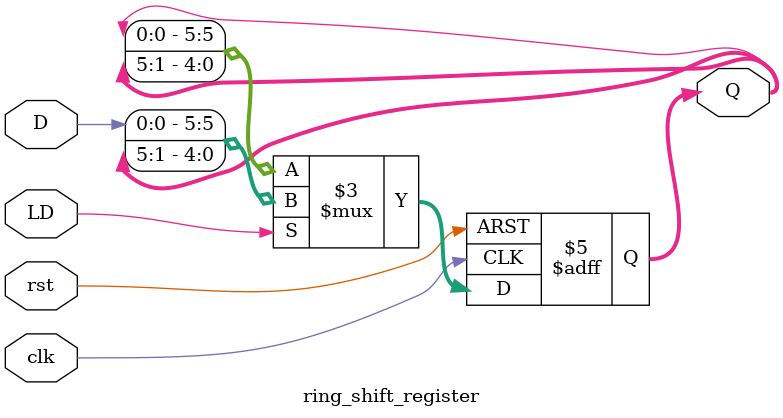
<source format=v>
module ring_shift_register (
    input wire clk,
    input wire rst,
    input wire LD,
    input wire D,
    output reg [5:0] Q
);

always @(posedge clk or posedge rst) begin
    if (rst)
        Q <= 6'b0;
    else if (LD)
        Q <= {D, Q[5:1]};
    else
        Q <= {Q[0], Q[5:1]};
end

endmodule

</source>
